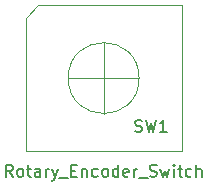
<source format=gbr>
G04 #@! TF.GenerationSoftware,KiCad,Pcbnew,(5.1.4)-1*
G04 #@! TF.CreationDate,2020-06-27T18:01:36-05:00*
G04 #@! TF.ProjectId,8266-dev,38323636-2d64-4657-962e-6b696361645f,rev?*
G04 #@! TF.SameCoordinates,Original*
G04 #@! TF.FileFunction,Other,Fab,Top*
%FSLAX46Y46*%
G04 Gerber Fmt 4.6, Leading zero omitted, Abs format (unit mm)*
G04 Created by KiCad (PCBNEW (5.1.4)-1) date 2020-06-27 18:01:36*
%MOMM*%
%LPD*%
G04 APERTURE LIST*
%ADD10C,0.120000*%
%ADD11C,0.150000*%
G04 APERTURE END LIST*
D10*
X136800000Y-93100000D02*
G75*
G03X136800000Y-93100000I-3000000J0D01*
G01*
X128200000Y-86900000D02*
X140400000Y-86900000D01*
X140400000Y-86900000D02*
X140400000Y-99300000D01*
X140400000Y-99300000D02*
X127200000Y-99300000D01*
X127200000Y-99300000D02*
X127200000Y-88000000D01*
X127200000Y-88000000D02*
X128200000Y-86900000D01*
X133800000Y-90100000D02*
X133800000Y-96100000D01*
X130800000Y-93100000D02*
X136800000Y-93100000D01*
D11*
X126085714Y-101452380D02*
X125752380Y-100976190D01*
X125514285Y-101452380D02*
X125514285Y-100452380D01*
X125895238Y-100452380D01*
X125990476Y-100500000D01*
X126038095Y-100547619D01*
X126085714Y-100642857D01*
X126085714Y-100785714D01*
X126038095Y-100880952D01*
X125990476Y-100928571D01*
X125895238Y-100976190D01*
X125514285Y-100976190D01*
X126657142Y-101452380D02*
X126561904Y-101404761D01*
X126514285Y-101357142D01*
X126466666Y-101261904D01*
X126466666Y-100976190D01*
X126514285Y-100880952D01*
X126561904Y-100833333D01*
X126657142Y-100785714D01*
X126800000Y-100785714D01*
X126895238Y-100833333D01*
X126942857Y-100880952D01*
X126990476Y-100976190D01*
X126990476Y-101261904D01*
X126942857Y-101357142D01*
X126895238Y-101404761D01*
X126800000Y-101452380D01*
X126657142Y-101452380D01*
X127276190Y-100785714D02*
X127657142Y-100785714D01*
X127419047Y-100452380D02*
X127419047Y-101309523D01*
X127466666Y-101404761D01*
X127561904Y-101452380D01*
X127657142Y-101452380D01*
X128419047Y-101452380D02*
X128419047Y-100928571D01*
X128371428Y-100833333D01*
X128276190Y-100785714D01*
X128085714Y-100785714D01*
X127990476Y-100833333D01*
X128419047Y-101404761D02*
X128323809Y-101452380D01*
X128085714Y-101452380D01*
X127990476Y-101404761D01*
X127942857Y-101309523D01*
X127942857Y-101214285D01*
X127990476Y-101119047D01*
X128085714Y-101071428D01*
X128323809Y-101071428D01*
X128419047Y-101023809D01*
X128895238Y-101452380D02*
X128895238Y-100785714D01*
X128895238Y-100976190D02*
X128942857Y-100880952D01*
X128990476Y-100833333D01*
X129085714Y-100785714D01*
X129180952Y-100785714D01*
X129419047Y-100785714D02*
X129657142Y-101452380D01*
X129895238Y-100785714D02*
X129657142Y-101452380D01*
X129561904Y-101690476D01*
X129514285Y-101738095D01*
X129419047Y-101785714D01*
X130038095Y-101547619D02*
X130800000Y-101547619D01*
X131038095Y-100928571D02*
X131371428Y-100928571D01*
X131514285Y-101452380D02*
X131038095Y-101452380D01*
X131038095Y-100452380D01*
X131514285Y-100452380D01*
X131942857Y-100785714D02*
X131942857Y-101452380D01*
X131942857Y-100880952D02*
X131990476Y-100833333D01*
X132085714Y-100785714D01*
X132228571Y-100785714D01*
X132323809Y-100833333D01*
X132371428Y-100928571D01*
X132371428Y-101452380D01*
X133276190Y-101404761D02*
X133180952Y-101452380D01*
X132990476Y-101452380D01*
X132895238Y-101404761D01*
X132847619Y-101357142D01*
X132800000Y-101261904D01*
X132800000Y-100976190D01*
X132847619Y-100880952D01*
X132895238Y-100833333D01*
X132990476Y-100785714D01*
X133180952Y-100785714D01*
X133276190Y-100833333D01*
X133847619Y-101452380D02*
X133752380Y-101404761D01*
X133704761Y-101357142D01*
X133657142Y-101261904D01*
X133657142Y-100976190D01*
X133704761Y-100880952D01*
X133752380Y-100833333D01*
X133847619Y-100785714D01*
X133990476Y-100785714D01*
X134085714Y-100833333D01*
X134133333Y-100880952D01*
X134180952Y-100976190D01*
X134180952Y-101261904D01*
X134133333Y-101357142D01*
X134085714Y-101404761D01*
X133990476Y-101452380D01*
X133847619Y-101452380D01*
X135038095Y-101452380D02*
X135038095Y-100452380D01*
X135038095Y-101404761D02*
X134942857Y-101452380D01*
X134752380Y-101452380D01*
X134657142Y-101404761D01*
X134609523Y-101357142D01*
X134561904Y-101261904D01*
X134561904Y-100976190D01*
X134609523Y-100880952D01*
X134657142Y-100833333D01*
X134752380Y-100785714D01*
X134942857Y-100785714D01*
X135038095Y-100833333D01*
X135895238Y-101404761D02*
X135800000Y-101452380D01*
X135609523Y-101452380D01*
X135514285Y-101404761D01*
X135466666Y-101309523D01*
X135466666Y-100928571D01*
X135514285Y-100833333D01*
X135609523Y-100785714D01*
X135800000Y-100785714D01*
X135895238Y-100833333D01*
X135942857Y-100928571D01*
X135942857Y-101023809D01*
X135466666Y-101119047D01*
X136371428Y-101452380D02*
X136371428Y-100785714D01*
X136371428Y-100976190D02*
X136419047Y-100880952D01*
X136466666Y-100833333D01*
X136561904Y-100785714D01*
X136657142Y-100785714D01*
X136752380Y-101547619D02*
X137514285Y-101547619D01*
X137704761Y-101404761D02*
X137847619Y-101452380D01*
X138085714Y-101452380D01*
X138180952Y-101404761D01*
X138228571Y-101357142D01*
X138276190Y-101261904D01*
X138276190Y-101166666D01*
X138228571Y-101071428D01*
X138180952Y-101023809D01*
X138085714Y-100976190D01*
X137895238Y-100928571D01*
X137800000Y-100880952D01*
X137752380Y-100833333D01*
X137704761Y-100738095D01*
X137704761Y-100642857D01*
X137752380Y-100547619D01*
X137800000Y-100500000D01*
X137895238Y-100452380D01*
X138133333Y-100452380D01*
X138276190Y-100500000D01*
X138609523Y-100785714D02*
X138800000Y-101452380D01*
X138990476Y-100976190D01*
X139180952Y-101452380D01*
X139371428Y-100785714D01*
X139752380Y-101452380D02*
X139752380Y-100785714D01*
X139752380Y-100452380D02*
X139704761Y-100500000D01*
X139752380Y-100547619D01*
X139800000Y-100500000D01*
X139752380Y-100452380D01*
X139752380Y-100547619D01*
X140085714Y-100785714D02*
X140466666Y-100785714D01*
X140228571Y-100452380D02*
X140228571Y-101309523D01*
X140276190Y-101404761D01*
X140371428Y-101452380D01*
X140466666Y-101452380D01*
X141228571Y-101404761D02*
X141133333Y-101452380D01*
X140942857Y-101452380D01*
X140847619Y-101404761D01*
X140800000Y-101357142D01*
X140752380Y-101261904D01*
X140752380Y-100976190D01*
X140800000Y-100880952D01*
X140847619Y-100833333D01*
X140942857Y-100785714D01*
X141133333Y-100785714D01*
X141228571Y-100833333D01*
X141657142Y-101452380D02*
X141657142Y-100452380D01*
X142085714Y-101452380D02*
X142085714Y-100928571D01*
X142038095Y-100833333D01*
X141942857Y-100785714D01*
X141800000Y-100785714D01*
X141704761Y-100833333D01*
X141657142Y-100880952D01*
X136466666Y-97604761D02*
X136609523Y-97652380D01*
X136847619Y-97652380D01*
X136942857Y-97604761D01*
X136990476Y-97557142D01*
X137038095Y-97461904D01*
X137038095Y-97366666D01*
X136990476Y-97271428D01*
X136942857Y-97223809D01*
X136847619Y-97176190D01*
X136657142Y-97128571D01*
X136561904Y-97080952D01*
X136514285Y-97033333D01*
X136466666Y-96938095D01*
X136466666Y-96842857D01*
X136514285Y-96747619D01*
X136561904Y-96700000D01*
X136657142Y-96652380D01*
X136895238Y-96652380D01*
X137038095Y-96700000D01*
X137371428Y-96652380D02*
X137609523Y-97652380D01*
X137800000Y-96938095D01*
X137990476Y-97652380D01*
X138228571Y-96652380D01*
X139133333Y-97652380D02*
X138561904Y-97652380D01*
X138847619Y-97652380D02*
X138847619Y-96652380D01*
X138752380Y-96795238D01*
X138657142Y-96890476D01*
X138561904Y-96938095D01*
M02*

</source>
